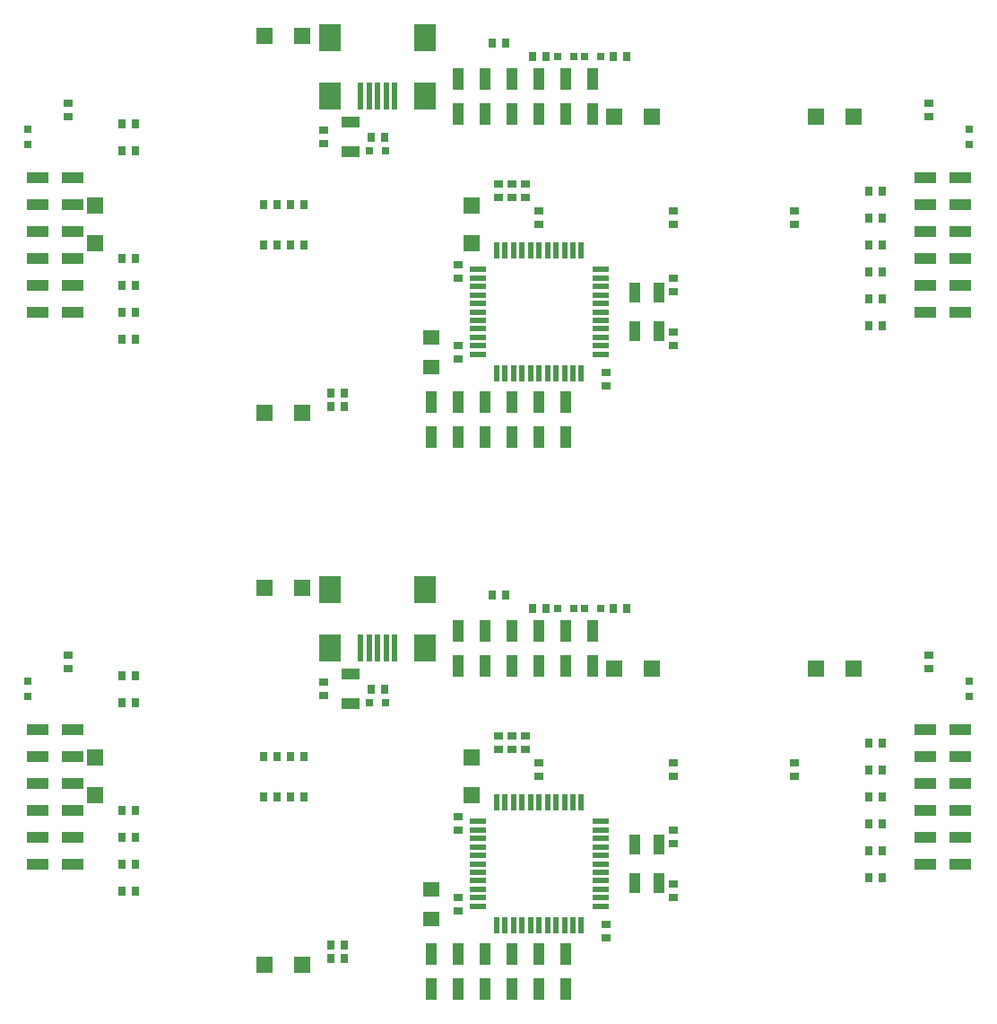
<source format=gbp>
G75*
G70*
%OFA0B0*%
%FSLAX24Y24*%
%IPPOS*%
%LPD*%
%AMOC8*
5,1,8,0,0,1.08239X$1,22.5*
%
%ADD10R,0.0276X0.0354*%
%ADD11R,0.0354X0.0276*%
%ADD12R,0.0433X0.0748*%
%ADD13R,0.0197X0.0984*%
%ADD14R,0.0787X0.0984*%
%ADD15R,0.0630X0.0551*%
%ADD16R,0.0315X0.0315*%
%ADD17R,0.0197X0.0591*%
%ADD18R,0.0591X0.0197*%
%ADD19R,0.0591X0.0630*%
%ADD20R,0.0630X0.0591*%
%ADD21R,0.0709X0.0394*%
%ADD22R,0.0394X0.0787*%
%ADD23R,0.0787X0.0394*%
D10*
X006334Y007140D03*
X006846Y007140D03*
X006846Y008140D03*
X006334Y008140D03*
X006334Y009140D03*
X006846Y009140D03*
X006846Y010140D03*
X006334Y010140D03*
X006334Y014140D03*
X006846Y014140D03*
X006846Y015140D03*
X006334Y015140D03*
X011584Y012140D03*
X012096Y012140D03*
X012584Y012140D03*
X013096Y012140D03*
X013096Y010640D03*
X012584Y010640D03*
X012096Y010640D03*
X011584Y010640D03*
X015584Y014640D03*
X016096Y014640D03*
X020084Y018140D03*
X020596Y018140D03*
X021584Y017640D03*
X022096Y017640D03*
X024584Y017640D03*
X025096Y017640D03*
X034084Y012640D03*
X034596Y012640D03*
X034596Y011640D03*
X034084Y011640D03*
X034084Y010640D03*
X034596Y010640D03*
X034596Y009640D03*
X034084Y009640D03*
X034084Y008640D03*
X034596Y008640D03*
X034596Y007640D03*
X034084Y007640D03*
X014596Y005140D03*
X014596Y004640D03*
X014084Y004640D03*
X014084Y005140D03*
X014084Y025140D03*
X014084Y025640D03*
X014596Y025640D03*
X014596Y025140D03*
X013096Y031140D03*
X012584Y031140D03*
X012096Y031140D03*
X011584Y031140D03*
X011584Y032640D03*
X012096Y032640D03*
X012584Y032640D03*
X013096Y032640D03*
X015584Y035140D03*
X016096Y035140D03*
X020084Y038640D03*
X020596Y038640D03*
X021584Y038140D03*
X022096Y038140D03*
X024584Y038140D03*
X025096Y038140D03*
X034084Y033140D03*
X034596Y033140D03*
X034596Y032140D03*
X034084Y032140D03*
X034084Y031140D03*
X034596Y031140D03*
X034596Y030140D03*
X034084Y030140D03*
X034084Y029140D03*
X034596Y029140D03*
X034596Y028140D03*
X034084Y028140D03*
X006846Y027640D03*
X006334Y027640D03*
X006334Y028640D03*
X006846Y028640D03*
X006846Y029640D03*
X006334Y029640D03*
X006334Y030640D03*
X006846Y030640D03*
X006846Y034640D03*
X006334Y034640D03*
X006334Y035640D03*
X006846Y035640D03*
D11*
X004340Y035884D03*
X004340Y036396D03*
X013840Y035396D03*
X013840Y034884D03*
X018840Y030396D03*
X018840Y029884D03*
X018840Y027396D03*
X018840Y026884D03*
X021840Y031884D03*
X021840Y032396D03*
X021340Y032884D03*
X020840Y032884D03*
X020340Y032884D03*
X020340Y033396D03*
X020840Y033396D03*
X021340Y033396D03*
X026840Y032396D03*
X026840Y031884D03*
X026840Y029896D03*
X026840Y029384D03*
X026840Y027896D03*
X026840Y027384D03*
X024340Y026396D03*
X024340Y025884D03*
X031340Y031884D03*
X031340Y032396D03*
X036340Y035884D03*
X036340Y036396D03*
X036340Y015896D03*
X036340Y015384D03*
X031340Y011896D03*
X031340Y011384D03*
X026840Y011384D03*
X026840Y011896D03*
X026840Y009396D03*
X026840Y008884D03*
X026840Y007396D03*
X026840Y006884D03*
X024340Y005896D03*
X024340Y005384D03*
X018840Y006384D03*
X018840Y006896D03*
X018840Y009384D03*
X018840Y009896D03*
X020340Y012384D03*
X020840Y012384D03*
X021340Y012384D03*
X021840Y011896D03*
X021840Y011384D03*
X021340Y012896D03*
X020840Y012896D03*
X020340Y012896D03*
X013840Y014384D03*
X013840Y014896D03*
X004340Y015384D03*
X004340Y015896D03*
D12*
X025387Y008868D03*
X026293Y008868D03*
X026293Y007412D03*
X025387Y007412D03*
X025387Y027912D03*
X026293Y027912D03*
X026293Y029368D03*
X025387Y029368D03*
D13*
X016470Y036656D03*
X016155Y036656D03*
X015840Y036656D03*
X015525Y036656D03*
X015210Y036656D03*
X015210Y016156D03*
X015525Y016156D03*
X015840Y016156D03*
X016155Y016156D03*
X016470Y016156D03*
D14*
X017612Y016156D03*
X017612Y018321D03*
X014068Y018321D03*
X014068Y016156D03*
X014068Y036656D03*
X014068Y038821D03*
X017612Y038821D03*
X017612Y036656D03*
D15*
X017840Y027691D03*
X017840Y026589D03*
X017840Y007191D03*
X017840Y006089D03*
D16*
X016135Y014140D03*
X015545Y014140D03*
X022545Y017640D03*
X023135Y017640D03*
X023545Y017640D03*
X024135Y017640D03*
X037840Y014935D03*
X037840Y014345D03*
X037840Y034845D03*
X037840Y035435D03*
X024135Y038140D03*
X023545Y038140D03*
X023135Y038140D03*
X022545Y038140D03*
X016135Y034640D03*
X015545Y034640D03*
X002840Y034845D03*
X002840Y035435D03*
X002840Y014935D03*
X002840Y014345D03*
D17*
X020265Y010423D03*
X020580Y010423D03*
X020895Y010423D03*
X021210Y010423D03*
X021525Y010423D03*
X021840Y010423D03*
X022155Y010423D03*
X022470Y010423D03*
X022785Y010423D03*
X023100Y010423D03*
X023415Y010423D03*
X023415Y005857D03*
X023100Y005857D03*
X022785Y005857D03*
X022470Y005857D03*
X022155Y005857D03*
X021840Y005857D03*
X021525Y005857D03*
X021210Y005857D03*
X020895Y005857D03*
X020580Y005857D03*
X020265Y005857D03*
X020265Y026357D03*
X020580Y026357D03*
X020895Y026357D03*
X021210Y026357D03*
X021525Y026357D03*
X021840Y026357D03*
X022155Y026357D03*
X022470Y026357D03*
X022785Y026357D03*
X023100Y026357D03*
X023415Y026357D03*
X023415Y030923D03*
X023100Y030923D03*
X022785Y030923D03*
X022470Y030923D03*
X022155Y030923D03*
X021840Y030923D03*
X021525Y030923D03*
X021210Y030923D03*
X020895Y030923D03*
X020580Y030923D03*
X020265Y030923D03*
D18*
X019557Y030215D03*
X019557Y029900D03*
X019557Y029585D03*
X019557Y029270D03*
X019557Y028955D03*
X019557Y028640D03*
X019557Y028325D03*
X019557Y028010D03*
X019557Y027695D03*
X019557Y027380D03*
X019557Y027065D03*
X024123Y027065D03*
X024123Y027380D03*
X024123Y027695D03*
X024123Y028010D03*
X024123Y028325D03*
X024123Y028640D03*
X024123Y028955D03*
X024123Y029270D03*
X024123Y029585D03*
X024123Y029900D03*
X024123Y030215D03*
X024123Y009715D03*
X024123Y009400D03*
X024123Y009085D03*
X024123Y008770D03*
X024123Y008455D03*
X024123Y008140D03*
X024123Y007825D03*
X024123Y007510D03*
X024123Y007195D03*
X024123Y006880D03*
X024123Y006565D03*
X019557Y006565D03*
X019557Y006880D03*
X019557Y007195D03*
X019557Y007510D03*
X019557Y007825D03*
X019557Y008140D03*
X019557Y008455D03*
X019557Y008770D03*
X019557Y009085D03*
X019557Y009400D03*
X019557Y009715D03*
D19*
X024631Y015390D03*
X026049Y015390D03*
X032131Y015390D03*
X033549Y015390D03*
X013049Y018390D03*
X011631Y018390D03*
X011631Y024890D03*
X013049Y024890D03*
X024631Y035890D03*
X026049Y035890D03*
X032131Y035890D03*
X033549Y035890D03*
X013049Y038890D03*
X011631Y038890D03*
X011631Y004390D03*
X013049Y004390D03*
D20*
X019340Y010681D03*
X019340Y012099D03*
X005340Y012099D03*
X005340Y010681D03*
X005340Y031181D03*
X005340Y032599D03*
X019340Y032599D03*
X019340Y031181D03*
D21*
X014840Y034589D03*
X014840Y035691D03*
X014840Y015191D03*
X014840Y014089D03*
D22*
X018840Y015490D03*
X019840Y015490D03*
X020840Y015490D03*
X021840Y015490D03*
X022840Y015490D03*
X023840Y015490D03*
X023840Y016790D03*
X022840Y016790D03*
X021840Y016790D03*
X020840Y016790D03*
X019840Y016790D03*
X018840Y016790D03*
X018840Y023990D03*
X019840Y023990D03*
X020840Y023990D03*
X021840Y023990D03*
X022840Y023990D03*
X022840Y025290D03*
X021840Y025290D03*
X020840Y025290D03*
X019840Y025290D03*
X018840Y025290D03*
X017840Y025290D03*
X017840Y023990D03*
X018840Y035990D03*
X019840Y035990D03*
X020840Y035990D03*
X021840Y035990D03*
X022840Y035990D03*
X023840Y035990D03*
X023840Y037290D03*
X022840Y037290D03*
X021840Y037290D03*
X020840Y037290D03*
X019840Y037290D03*
X018840Y037290D03*
X018840Y004790D03*
X019840Y004790D03*
X020840Y004790D03*
X021840Y004790D03*
X022840Y004790D03*
X022840Y003490D03*
X021840Y003490D03*
X020840Y003490D03*
X019840Y003490D03*
X018840Y003490D03*
X017840Y003490D03*
X017840Y004790D03*
D23*
X004490Y008140D03*
X004490Y009140D03*
X004490Y010140D03*
X004490Y011140D03*
X004490Y012140D03*
X004490Y013140D03*
X003190Y013140D03*
X003190Y012140D03*
X003190Y011140D03*
X003190Y010140D03*
X003190Y009140D03*
X003190Y008140D03*
X003190Y028640D03*
X003190Y029640D03*
X003190Y030640D03*
X003190Y031640D03*
X003190Y032640D03*
X003190Y033640D03*
X004490Y033640D03*
X004490Y032640D03*
X004490Y031640D03*
X004490Y030640D03*
X004490Y029640D03*
X004490Y028640D03*
X036190Y028640D03*
X036190Y029640D03*
X036190Y030640D03*
X036190Y031640D03*
X036190Y032640D03*
X036190Y033640D03*
X037490Y033640D03*
X037490Y032640D03*
X037490Y031640D03*
X037490Y030640D03*
X037490Y029640D03*
X037490Y028640D03*
X037490Y013140D03*
X037490Y012140D03*
X037490Y011140D03*
X037490Y010140D03*
X037490Y009140D03*
X037490Y008140D03*
X036190Y008140D03*
X036190Y009140D03*
X036190Y010140D03*
X036190Y011140D03*
X036190Y012140D03*
X036190Y013140D03*
M02*

</source>
